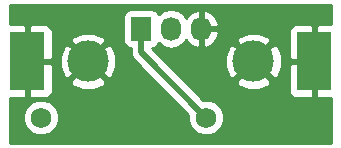
<source format=gtl>
G04 #@! TF.FileFunction,Copper,L1,Top,Signal*
%FSLAX46Y46*%
G04 Gerber Fmt 4.6, Leading zero omitted, Abs format (unit mm)*
G04 Created by KiCad (PCBNEW (2016-02-15 BZR 6559)-product) date Tuesday, 23 February 2016 'pmt' 19:39:48*
%MOMM*%
G01*
G04 APERTURE LIST*
%ADD10C,0.100000*%
%ADD11C,3.500000*%
%ADD12C,1.750000*%
%ADD13R,3.000000X5.000000*%
%ADD14R,1.727200X2.032000*%
%ADD15O,1.727200X2.032000*%
%ADD16C,0.508000*%
%ADD17C,0.254000*%
G04 APERTURE END LIST*
D10*
D11*
X140773974Y-105468631D03*
X126773974Y-105468631D03*
D12*
X136773974Y-110218631D03*
X122773974Y-110218631D03*
D13*
X145923974Y-105468631D03*
X121623974Y-105468631D03*
D14*
X131260000Y-102700000D03*
D15*
X133800000Y-102700000D03*
X136340000Y-102700000D03*
D16*
X131260000Y-102700000D02*
X131260000Y-104704657D01*
X131260000Y-104704657D02*
X136773974Y-110218631D01*
D17*
G36*
X147373000Y-102333631D02*
X146209724Y-102333631D01*
X146050974Y-102492381D01*
X146050974Y-105341631D01*
X146070974Y-105341631D01*
X146070974Y-105595631D01*
X146050974Y-105595631D01*
X146050974Y-108444881D01*
X146209724Y-108603631D01*
X147373000Y-108603631D01*
X147373000Y-112373000D01*
X120127000Y-112373000D01*
X120127000Y-110517671D01*
X121263712Y-110517671D01*
X121493112Y-111072860D01*
X121917511Y-111498001D01*
X122472299Y-111728369D01*
X123073014Y-111728893D01*
X123628203Y-111499493D01*
X124053344Y-111075094D01*
X124283712Y-110520306D01*
X124284236Y-109919591D01*
X124054836Y-109364402D01*
X123630437Y-108939261D01*
X123075649Y-108708893D01*
X122474934Y-108708369D01*
X121919745Y-108937769D01*
X121494604Y-109362168D01*
X121264236Y-109916956D01*
X121263712Y-110517671D01*
X120127000Y-110517671D01*
X120127000Y-108603631D01*
X121338224Y-108603631D01*
X121496974Y-108444881D01*
X121496974Y-105595631D01*
X121750974Y-105595631D01*
X121750974Y-108444881D01*
X121909724Y-108603631D01*
X123250283Y-108603631D01*
X123483672Y-108506958D01*
X123662301Y-108328330D01*
X123758974Y-108094941D01*
X123758974Y-107163159D01*
X125259051Y-107163159D01*
X125449338Y-107507902D01*
X126330565Y-107859587D01*
X127279297Y-107847272D01*
X128098610Y-107507902D01*
X128288897Y-107163159D01*
X126773974Y-105648236D01*
X125259051Y-107163159D01*
X123758974Y-107163159D01*
X123758974Y-105754381D01*
X123600224Y-105595631D01*
X121750974Y-105595631D01*
X121496974Y-105595631D01*
X121476974Y-105595631D01*
X121476974Y-105341631D01*
X121496974Y-105341631D01*
X121496974Y-102492381D01*
X121750974Y-102492381D01*
X121750974Y-105341631D01*
X123600224Y-105341631D01*
X123758974Y-105182881D01*
X123758974Y-105025222D01*
X124383018Y-105025222D01*
X124395333Y-105973954D01*
X124734703Y-106793267D01*
X125079446Y-106983554D01*
X126594369Y-105468631D01*
X126953579Y-105468631D01*
X128468502Y-106983554D01*
X128813245Y-106793267D01*
X129164930Y-105912040D01*
X129152615Y-104963308D01*
X128813245Y-104143995D01*
X128468502Y-103953708D01*
X126953579Y-105468631D01*
X126594369Y-105468631D01*
X125079446Y-103953708D01*
X124734703Y-104143995D01*
X124383018Y-105025222D01*
X123758974Y-105025222D01*
X123758974Y-103774103D01*
X125259051Y-103774103D01*
X126773974Y-105289026D01*
X128288897Y-103774103D01*
X128098610Y-103429360D01*
X127217383Y-103077675D01*
X126268651Y-103089990D01*
X125449338Y-103429360D01*
X125259051Y-103774103D01*
X123758974Y-103774103D01*
X123758974Y-102842321D01*
X123662301Y-102608932D01*
X123483672Y-102430304D01*
X123250283Y-102333631D01*
X121909724Y-102333631D01*
X121750974Y-102492381D01*
X121496974Y-102492381D01*
X121338224Y-102333631D01*
X120127000Y-102333631D01*
X120127000Y-101684000D01*
X129748960Y-101684000D01*
X129748960Y-103716000D01*
X129798243Y-103963765D01*
X129938591Y-104173809D01*
X130148635Y-104314157D01*
X130371000Y-104358388D01*
X130371000Y-104704657D01*
X130438671Y-105044863D01*
X130530892Y-105182881D01*
X130631382Y-105333275D01*
X135264193Y-109966086D01*
X135263712Y-110517671D01*
X135493112Y-111072860D01*
X135917511Y-111498001D01*
X136472299Y-111728369D01*
X137073014Y-111728893D01*
X137628203Y-111499493D01*
X138053344Y-111075094D01*
X138283712Y-110520306D01*
X138284236Y-109919591D01*
X138054836Y-109364402D01*
X137630437Y-108939261D01*
X137075649Y-108708893D01*
X136520988Y-108708409D01*
X134975738Y-107163159D01*
X139259051Y-107163159D01*
X139449338Y-107507902D01*
X140330565Y-107859587D01*
X141279297Y-107847272D01*
X142098610Y-107507902D01*
X142288897Y-107163159D01*
X140773974Y-105648236D01*
X139259051Y-107163159D01*
X134975738Y-107163159D01*
X132837801Y-105025222D01*
X138383018Y-105025222D01*
X138395333Y-105973954D01*
X138734703Y-106793267D01*
X139079446Y-106983554D01*
X140594369Y-105468631D01*
X140953579Y-105468631D01*
X142468502Y-106983554D01*
X142813245Y-106793267D01*
X143164930Y-105912040D01*
X143162884Y-105754381D01*
X143788974Y-105754381D01*
X143788974Y-108094941D01*
X143885647Y-108328330D01*
X144064276Y-108506958D01*
X144297665Y-108603631D01*
X145638224Y-108603631D01*
X145796974Y-108444881D01*
X145796974Y-105595631D01*
X143947724Y-105595631D01*
X143788974Y-105754381D01*
X143162884Y-105754381D01*
X143152615Y-104963308D01*
X142813245Y-104143995D01*
X142468502Y-103953708D01*
X140953579Y-105468631D01*
X140594369Y-105468631D01*
X139079446Y-103953708D01*
X138734703Y-104143995D01*
X138383018Y-105025222D01*
X132837801Y-105025222D01*
X132167322Y-104354743D01*
X132371365Y-104314157D01*
X132581409Y-104173809D01*
X132721757Y-103963765D01*
X132728984Y-103927434D01*
X132740330Y-103944415D01*
X133226511Y-104269271D01*
X133800000Y-104383345D01*
X134373489Y-104269271D01*
X134859670Y-103944415D01*
X135066461Y-103634931D01*
X135437964Y-104050732D01*
X135965209Y-104304709D01*
X135980974Y-104307358D01*
X136213000Y-104186217D01*
X136213000Y-102827000D01*
X136467000Y-102827000D01*
X136467000Y-104186217D01*
X136699026Y-104307358D01*
X136714791Y-104304709D01*
X137242036Y-104050732D01*
X137489193Y-103774103D01*
X139259051Y-103774103D01*
X140773974Y-105289026D01*
X142288897Y-103774103D01*
X142098610Y-103429360D01*
X141217383Y-103077675D01*
X140268651Y-103089990D01*
X139449338Y-103429360D01*
X139259051Y-103774103D01*
X137489193Y-103774103D01*
X137631954Y-103614320D01*
X137825184Y-103061913D01*
X137690333Y-102842321D01*
X143788974Y-102842321D01*
X143788974Y-105182881D01*
X143947724Y-105341631D01*
X145796974Y-105341631D01*
X145796974Y-102492381D01*
X145638224Y-102333631D01*
X144297665Y-102333631D01*
X144064276Y-102430304D01*
X143885647Y-102608932D01*
X143788974Y-102842321D01*
X137690333Y-102842321D01*
X137680924Y-102827000D01*
X136467000Y-102827000D01*
X136213000Y-102827000D01*
X136193000Y-102827000D01*
X136193000Y-102573000D01*
X136213000Y-102573000D01*
X136213000Y-101213783D01*
X136467000Y-101213783D01*
X136467000Y-102573000D01*
X137680924Y-102573000D01*
X137825184Y-102338087D01*
X137631954Y-101785680D01*
X137242036Y-101349268D01*
X136714791Y-101095291D01*
X136699026Y-101092642D01*
X136467000Y-101213783D01*
X136213000Y-101213783D01*
X135980974Y-101092642D01*
X135965209Y-101095291D01*
X135437964Y-101349268D01*
X135066461Y-101765069D01*
X134859670Y-101455585D01*
X134373489Y-101130729D01*
X133800000Y-101016655D01*
X133226511Y-101130729D01*
X132740330Y-101455585D01*
X132728984Y-101472566D01*
X132721757Y-101436235D01*
X132581409Y-101226191D01*
X132371365Y-101085843D01*
X132123600Y-101036560D01*
X130396400Y-101036560D01*
X130148635Y-101085843D01*
X129938591Y-101226191D01*
X129798243Y-101436235D01*
X129748960Y-101684000D01*
X120127000Y-101684000D01*
X120127000Y-100710000D01*
X147373000Y-100710000D01*
X147373000Y-102333631D01*
X147373000Y-102333631D01*
G37*
X147373000Y-102333631D02*
X146209724Y-102333631D01*
X146050974Y-102492381D01*
X146050974Y-105341631D01*
X146070974Y-105341631D01*
X146070974Y-105595631D01*
X146050974Y-105595631D01*
X146050974Y-108444881D01*
X146209724Y-108603631D01*
X147373000Y-108603631D01*
X147373000Y-112373000D01*
X120127000Y-112373000D01*
X120127000Y-110517671D01*
X121263712Y-110517671D01*
X121493112Y-111072860D01*
X121917511Y-111498001D01*
X122472299Y-111728369D01*
X123073014Y-111728893D01*
X123628203Y-111499493D01*
X124053344Y-111075094D01*
X124283712Y-110520306D01*
X124284236Y-109919591D01*
X124054836Y-109364402D01*
X123630437Y-108939261D01*
X123075649Y-108708893D01*
X122474934Y-108708369D01*
X121919745Y-108937769D01*
X121494604Y-109362168D01*
X121264236Y-109916956D01*
X121263712Y-110517671D01*
X120127000Y-110517671D01*
X120127000Y-108603631D01*
X121338224Y-108603631D01*
X121496974Y-108444881D01*
X121496974Y-105595631D01*
X121750974Y-105595631D01*
X121750974Y-108444881D01*
X121909724Y-108603631D01*
X123250283Y-108603631D01*
X123483672Y-108506958D01*
X123662301Y-108328330D01*
X123758974Y-108094941D01*
X123758974Y-107163159D01*
X125259051Y-107163159D01*
X125449338Y-107507902D01*
X126330565Y-107859587D01*
X127279297Y-107847272D01*
X128098610Y-107507902D01*
X128288897Y-107163159D01*
X126773974Y-105648236D01*
X125259051Y-107163159D01*
X123758974Y-107163159D01*
X123758974Y-105754381D01*
X123600224Y-105595631D01*
X121750974Y-105595631D01*
X121496974Y-105595631D01*
X121476974Y-105595631D01*
X121476974Y-105341631D01*
X121496974Y-105341631D01*
X121496974Y-102492381D01*
X121750974Y-102492381D01*
X121750974Y-105341631D01*
X123600224Y-105341631D01*
X123758974Y-105182881D01*
X123758974Y-105025222D01*
X124383018Y-105025222D01*
X124395333Y-105973954D01*
X124734703Y-106793267D01*
X125079446Y-106983554D01*
X126594369Y-105468631D01*
X126953579Y-105468631D01*
X128468502Y-106983554D01*
X128813245Y-106793267D01*
X129164930Y-105912040D01*
X129152615Y-104963308D01*
X128813245Y-104143995D01*
X128468502Y-103953708D01*
X126953579Y-105468631D01*
X126594369Y-105468631D01*
X125079446Y-103953708D01*
X124734703Y-104143995D01*
X124383018Y-105025222D01*
X123758974Y-105025222D01*
X123758974Y-103774103D01*
X125259051Y-103774103D01*
X126773974Y-105289026D01*
X128288897Y-103774103D01*
X128098610Y-103429360D01*
X127217383Y-103077675D01*
X126268651Y-103089990D01*
X125449338Y-103429360D01*
X125259051Y-103774103D01*
X123758974Y-103774103D01*
X123758974Y-102842321D01*
X123662301Y-102608932D01*
X123483672Y-102430304D01*
X123250283Y-102333631D01*
X121909724Y-102333631D01*
X121750974Y-102492381D01*
X121496974Y-102492381D01*
X121338224Y-102333631D01*
X120127000Y-102333631D01*
X120127000Y-101684000D01*
X129748960Y-101684000D01*
X129748960Y-103716000D01*
X129798243Y-103963765D01*
X129938591Y-104173809D01*
X130148635Y-104314157D01*
X130371000Y-104358388D01*
X130371000Y-104704657D01*
X130438671Y-105044863D01*
X130530892Y-105182881D01*
X130631382Y-105333275D01*
X135264193Y-109966086D01*
X135263712Y-110517671D01*
X135493112Y-111072860D01*
X135917511Y-111498001D01*
X136472299Y-111728369D01*
X137073014Y-111728893D01*
X137628203Y-111499493D01*
X138053344Y-111075094D01*
X138283712Y-110520306D01*
X138284236Y-109919591D01*
X138054836Y-109364402D01*
X137630437Y-108939261D01*
X137075649Y-108708893D01*
X136520988Y-108708409D01*
X134975738Y-107163159D01*
X139259051Y-107163159D01*
X139449338Y-107507902D01*
X140330565Y-107859587D01*
X141279297Y-107847272D01*
X142098610Y-107507902D01*
X142288897Y-107163159D01*
X140773974Y-105648236D01*
X139259051Y-107163159D01*
X134975738Y-107163159D01*
X132837801Y-105025222D01*
X138383018Y-105025222D01*
X138395333Y-105973954D01*
X138734703Y-106793267D01*
X139079446Y-106983554D01*
X140594369Y-105468631D01*
X140953579Y-105468631D01*
X142468502Y-106983554D01*
X142813245Y-106793267D01*
X143164930Y-105912040D01*
X143162884Y-105754381D01*
X143788974Y-105754381D01*
X143788974Y-108094941D01*
X143885647Y-108328330D01*
X144064276Y-108506958D01*
X144297665Y-108603631D01*
X145638224Y-108603631D01*
X145796974Y-108444881D01*
X145796974Y-105595631D01*
X143947724Y-105595631D01*
X143788974Y-105754381D01*
X143162884Y-105754381D01*
X143152615Y-104963308D01*
X142813245Y-104143995D01*
X142468502Y-103953708D01*
X140953579Y-105468631D01*
X140594369Y-105468631D01*
X139079446Y-103953708D01*
X138734703Y-104143995D01*
X138383018Y-105025222D01*
X132837801Y-105025222D01*
X132167322Y-104354743D01*
X132371365Y-104314157D01*
X132581409Y-104173809D01*
X132721757Y-103963765D01*
X132728984Y-103927434D01*
X132740330Y-103944415D01*
X133226511Y-104269271D01*
X133800000Y-104383345D01*
X134373489Y-104269271D01*
X134859670Y-103944415D01*
X135066461Y-103634931D01*
X135437964Y-104050732D01*
X135965209Y-104304709D01*
X135980974Y-104307358D01*
X136213000Y-104186217D01*
X136213000Y-102827000D01*
X136467000Y-102827000D01*
X136467000Y-104186217D01*
X136699026Y-104307358D01*
X136714791Y-104304709D01*
X137242036Y-104050732D01*
X137489193Y-103774103D01*
X139259051Y-103774103D01*
X140773974Y-105289026D01*
X142288897Y-103774103D01*
X142098610Y-103429360D01*
X141217383Y-103077675D01*
X140268651Y-103089990D01*
X139449338Y-103429360D01*
X139259051Y-103774103D01*
X137489193Y-103774103D01*
X137631954Y-103614320D01*
X137825184Y-103061913D01*
X137690333Y-102842321D01*
X143788974Y-102842321D01*
X143788974Y-105182881D01*
X143947724Y-105341631D01*
X145796974Y-105341631D01*
X145796974Y-102492381D01*
X145638224Y-102333631D01*
X144297665Y-102333631D01*
X144064276Y-102430304D01*
X143885647Y-102608932D01*
X143788974Y-102842321D01*
X137690333Y-102842321D01*
X137680924Y-102827000D01*
X136467000Y-102827000D01*
X136213000Y-102827000D01*
X136193000Y-102827000D01*
X136193000Y-102573000D01*
X136213000Y-102573000D01*
X136213000Y-101213783D01*
X136467000Y-101213783D01*
X136467000Y-102573000D01*
X137680924Y-102573000D01*
X137825184Y-102338087D01*
X137631954Y-101785680D01*
X137242036Y-101349268D01*
X136714791Y-101095291D01*
X136699026Y-101092642D01*
X136467000Y-101213783D01*
X136213000Y-101213783D01*
X135980974Y-101092642D01*
X135965209Y-101095291D01*
X135437964Y-101349268D01*
X135066461Y-101765069D01*
X134859670Y-101455585D01*
X134373489Y-101130729D01*
X133800000Y-101016655D01*
X133226511Y-101130729D01*
X132740330Y-101455585D01*
X132728984Y-101472566D01*
X132721757Y-101436235D01*
X132581409Y-101226191D01*
X132371365Y-101085843D01*
X132123600Y-101036560D01*
X130396400Y-101036560D01*
X130148635Y-101085843D01*
X129938591Y-101226191D01*
X129798243Y-101436235D01*
X129748960Y-101684000D01*
X120127000Y-101684000D01*
X120127000Y-100710000D01*
X147373000Y-100710000D01*
X147373000Y-102333631D01*
M02*

</source>
